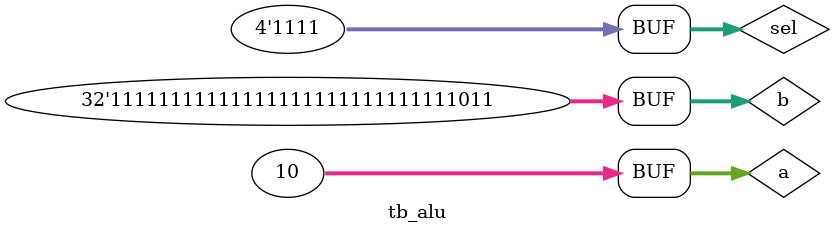
<source format=sv>
`timescale 1ns / 100ps

module tb_alu;
    reg [31:0] a;
    reg [31:0] b;
    reg [3:0] sel;
    wire [31:0] c;
    wire eq;
    wire ne;
    wire lt;
    wire ltu;
    wire ge;
    wire geu;
    
    localparam DELAY = 10;
    
    alu uut (
        .A(a),
        .B(b),
        .SEL(sel),
        .C(c),
        .EQ(eq),
        .NE(ne),
        .LT(lt),
        .LTU(ltu),
        .GE(ge),
        .GEU(geu)
    );

    initial begin
        a <= 10;
        b <= -5;
    end

    initial begin
        sel <= 0;
        for (int i = 1; i < 16; i++ ) begin
            #DELAY sel <= i;
        end
    end
    
endmodule

</source>
